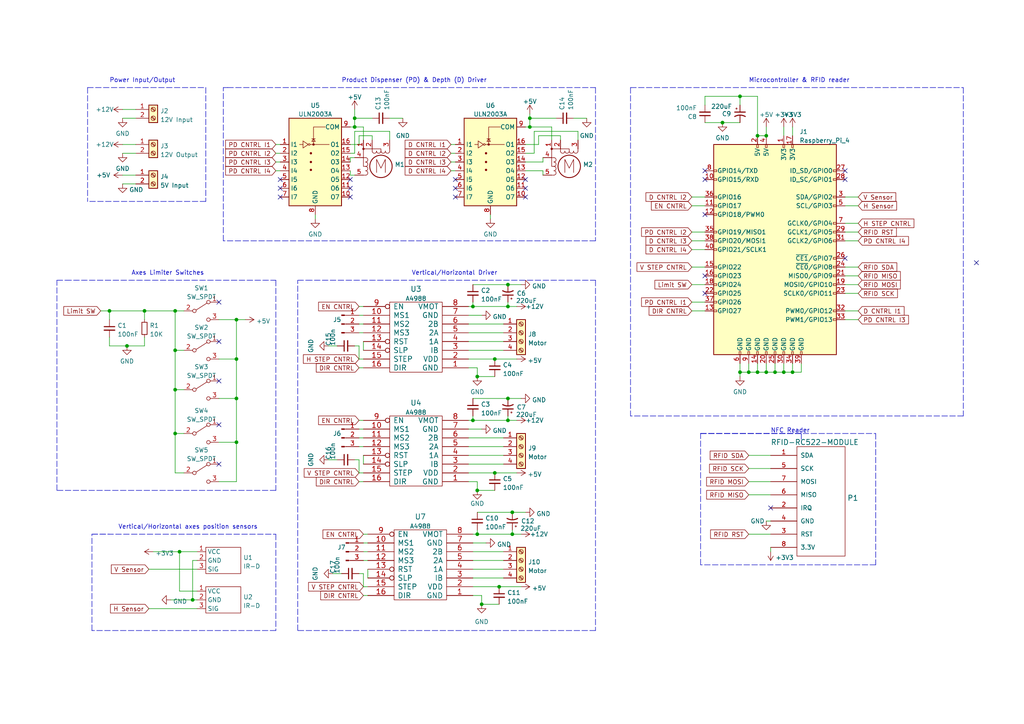
<source format=kicad_sch>
(kicad_sch (version 20211123) (generator eeschema)
  (paper "A4")
  (title_block (title "Vending Machine Control Board") (date "2023") (rev "1") (company "Team Snacks"))
  (lib_symbols
    (symbol "Connector:Conn_01x03_Male" (pin_names (offset 1.016) hide)
      (property "Reference" "J" (at 0 5.08 0))
      (property "Value" "Conn_01x03_Male" (at 0 -5.08 0))
      (symbol "Conn_01x03_Male_1_1"
        (pin passive line (at 5.08 2.54 180) (length 3.81) (name "Pin_1") (number "1"))
        (pin passive line (at 5.08 0 180) (length 3.81) (name "Pin_2") (number "2"))
        (pin passive line (at 5.08 -2.54 180) (length 3.81) (name "Pin_3") (number "3"))
      )
    )
    (symbol "Connector:Raspberry_Pi_2_3" (pin_names (offset 1.016))
      (property "Reference" "J" (at -17.78 31.75 0))
      (property "Value" "Raspberry_Pi_2_3" (at 10.16 -31.75 0))
      (symbol "Raspberry_Pi_2_3_1_1"
        (pin power_in line (at 2.54 33.02 270) (length 2.54) (name "3V3") (number "1"))
        (pin bidirectional line (at -20.32 20.32 0) (length 2.54) (name "GPIO15/RXD") (number "10"))
        (pin bidirectional line (at -20.32 12.7 0) (length 2.54) (name "GPIO17") (number "11"))
        (pin bidirectional line (at -20.32 10.16 0) (length 2.54) (name "GPIO18/PWM0") (number "12"))
        (pin bidirectional line (at -20.32 -17.78 0) (length 2.54) (name "GPIO27") (number "13"))
        (pin power_in line (at -5.08 -33.02 90) (length 2.54) (name "GND") (number "14"))
        (pin bidirectional line (at -20.32 -5.08 0) (length 2.54) (name "GPIO22") (number "15"))
        (pin bidirectional line (at -20.32 -7.62 0) (length 2.54) (name "GPIO23") (number "16"))
        (pin power_in line (at 5.08 33.02 270) (length 2.54) (name "3V3") (number "17"))
        (pin bidirectional line (at -20.32 -10.16 0) (length 2.54) (name "GPIO24") (number "18"))
        (pin bidirectional line (at 20.32 -10.16 180) (length 2.54) (name "MOSI0/GPIO10") (number "19"))
        (pin power_in line (at -5.08 33.02 270) (length 2.54) (name "5V") (number "2"))
        (pin power_in line (at -2.54 -33.02 90) (length 2.54) (name "GND") (number "20"))
        (pin bidirectional line (at 20.32 -7.62 180) (length 2.54) (name "MISO0/GPIO9") (number "21"))
        (pin bidirectional line (at -20.32 -12.7 0) (length 2.54) (name "GPIO25") (number "22"))
        (pin bidirectional line (at 20.32 -12.7 180) (length 2.54) (name "SCLK0/GPIO11") (number "23"))
        (pin bidirectional line (at 20.32 -5.08 180) (length 2.54) (name "~{CE0}/GPIO8") (number "24"))
        (pin power_in line (at 0 -33.02 90) (length 2.54) (name "GND") (number "25"))
        (pin bidirectional line (at 20.32 -2.54 180) (length 2.54) (name "~{CE1}/GPIO7") (number "26"))
        (pin bidirectional line (at 20.32 22.86 180) (length 2.54) (name "ID_SD/GPIO0") (number "27"))
        (pin bidirectional line (at 20.32 20.32 180) (length 2.54) (name "ID_SC/GPIO1") (number "28"))
        (pin bidirectional line (at 20.32 5.08 180) (length 2.54) (name "GCLK1/GPIO5") (number "29"))
        (pin bidirectional line (at 20.32 15.24 180) (length 2.54) (name "SDA/GPIO2") (number "3"))
        (pin power_in line (at 2.54 -33.02 90) (length 2.54) (name "GND") (number "30"))
        (pin bidirectional line (at 20.32 2.54 180) (length 2.54) (name "GCLK2/GPIO6") (number "31"))
        (pin bidirectional line (at 20.32 -17.78 180) (length 2.54) (name "PWM0/GPIO12") (number "32"))
        (pin bidirectional line (at 20.32 -20.32 180) (length 2.54) (name "PWM1/GPIO13") (number "33"))
        (pin power_in line (at 5.08 -33.02 90) (length 2.54) (name "GND") (number "34"))
        (pin bidirectional line (at -20.32 5.08 0) (length 2.54) (name "GPIO19/MISO1") (number "35"))
        (pin bidirectional line (at -20.32 15.24 0) (length 2.54) (name "GPIO16") (number "36"))
        (pin bidirectional line (at -20.32 -15.24 0) (length 2.54) (name "GPIO26") (number "37"))
        (pin bidirectional line (at -20.32 2.54 0) (length 2.54) (name "GPIO20/MOSI1") (number "38"))
        (pin power_in line (at 7.62 -33.02 90) (length 2.54) (name "GND") (number "39"))
        (pin power_in line (at -2.54 33.02 270) (length 2.54) (name "5V") (number "4"))
        (pin bidirectional line (at -20.32 0 0) (length 2.54) (name "GPIO21/SCLK1") (number "40"))
        (pin bidirectional line (at 20.32 12.7 180) (length 2.54) (name "SCL/GPIO3") (number "5"))
        (pin power_in line (at -10.16 -33.02 90) (length 2.54) (name "GND") (number "6"))
        (pin bidirectional line (at 20.32 7.62 180) (length 2.54) (name "GCLK0/GPIO4") (number "7"))
        (pin bidirectional line (at -20.32 22.86 0) (length 2.54) (name "GPIO14/TXD") (number "8"))
        (pin power_in line (at -7.62 -33.02 90) (length 2.54) (name "GND") (number "9"))
      )
    )
    (symbol "Connector:Screw_Terminal_01x02" (pin_names (offset 1.016) hide)
      (property "Reference" "J" (at 0 2.54 0))
      (property "Value" "Screw_Terminal_01x02" (at 0 -5.08 0))
      (symbol "Screw_Terminal_01x02_1_1"
        (pin passive line (at -5.08 0 0) (length 3.81) (name "Pin_1") (number "1"))
        (pin passive line (at -5.08 -2.54 0) (length 3.81) (name "Pin_2") (number "2"))
      )
    )
    (symbol "Connector:Screw_Terminal_01x04" (pin_names (offset 1.016) hide)
      (property "Reference" "J" (at 0 5.08 0))
      (property "Value" "Screw_Terminal_01x04" (at 0 -7.62 0))
      (symbol "Screw_Terminal_01x04_1_1"
        (pin passive line (at -5.08 2.54 0) (length 3.81) (name "Pin_1") (number "1"))
        (pin passive line (at -5.08 0 0) (length 3.81) (name "Pin_2") (number "2"))
        (pin passive line (at -5.08 -2.54 0) (length 3.81) (name "Pin_3") (number "3"))
        (pin passive line (at -5.08 -5.08 0) (length 3.81) (name "Pin_4") (number "4"))
      )
    )
    (symbol "Device:C_Polarized_Small_US" (pin_numbers hide) (pin_names (offset 0.254) hide)
      (property "Reference" "C" (at 0.254 1.778 0))
      (property "Value" "C_Polarized_Small_US" (at 0.254 -2.032 0))
      (symbol "C_Polarized_Small_US_1_1"
        (pin passive line (at 0 2.54 270) (length 2.032) (name "~") (number "1"))
        (pin passive line (at 0 -2.54 90) (length 2.032) (name "~") (number "2"))
      )
    )
    (symbol "Device:C_Small" (pin_numbers hide) (pin_names (offset 0.254) hide)
      (property "Reference" "C" (at 0.254 1.778 0))
      (property "Value" "C_Small" (at 0.254 -2.032 0))
      (symbol "C_Small_1_1"
        (pin passive line (at 0 2.54 270) (length 2.032) (name "~") (number "1"))
        (pin passive line (at 0 -2.54 90) (length 2.032) (name "~") (number "2"))
      )
    )
    (symbol "Device:R_Small" (pin_numbers hide) (pin_names (offset 0.254) hide)
      (property "Reference" "R" (at 0.762 0.508 0))
      (property "Value" "R_Small" (at 0.762 -1.016 0))
      (symbol "R_Small_1_1"
        (pin passive line (at 0 2.54 270) (length 0.762) (name "~") (number "1"))
        (pin passive line (at 0 -2.54 90) (length 0.762) (name "~") (number "2"))
      )
    )
    (symbol "IR-D_1"
      (property "Reference" "U" (at 5.08 2.54 0))
      (property "Value" "IR-D_1" (at 3.81 -2.54 0))
      (symbol "IR-D_1_1_1"
        (pin passive line (at -6.35 2.54 0) (length 2.54) (name "VCC") (number "1"))
        (pin passive line (at -6.35 0 0) (length 2.54) (name "GND") (number "2"))
        (pin passive line (at -6.35 -2.54 0) (length 2.54) (name "SIG") (number "3"))
      )
    )
    (symbol "Motor:Stepper_Motor_unipolar_5pin" (pin_names (offset 0) hide)
      (property "Reference" "M" (at 3.81 2.54 0))
      (property "Value" "Stepper_Motor_unipolar_5pin" (at 3.81 1.27 0))
      (symbol "Stepper_Motor_unipolar_5pin_1_1"
        (pin passive line (at -5.08 7.62 270) (length 2.54) (name "~") (number "1"))
        (pin passive line (at -2.54 7.62 270) (length 2.54) (name "~") (number "2"))
        (pin passive line (at 2.54 7.62 270) (length 2.54) (name "-") (number "3"))
        (pin passive line (at -7.62 2.54 0) (length 2.54) (name "~") (number "4"))
        (pin passive line (at -7.62 -2.54 0) (length 2.54) (name "~") (number "5"))
      )
    )
    (symbol "Switch:SW_SPDT" (pin_names (offset 0) hide)
      (property "Reference" "SW" (at 0 4.318 0))
      (property "Value" "SW_SPDT" (at 0 -5.08 0))
      (symbol "SW_SPDT_1_1"
        (pin passive line (at 5.08 2.54 180) (length 2.54) (name "A") (number "1"))
        (pin passive line (at -5.08 0 0) (length 2.54) (name "B") (number "2"))
        (pin passive line (at 5.08 -2.54 180) (length 2.54) (name "C") (number "3"))
      )
    )
    (symbol "Transistor_Array:ULN2003A"
      (property "Reference" "U" (at 0 15.875 0))
      (property "Value" "ULN2003A" (at 0 13.97 0))
      (symbol "ULN2003A_1_1"
        (pin input line (at -10.16 5.08 0) (length 2.54) (name "I1") (number "1"))
        (pin open_collector line (at 10.16 -10.16 180) (length 2.54) (name "O7") (number "10"))
        (pin open_collector line (at 10.16 -7.62 180) (length 2.54) (name "O6") (number "11"))
        (pin open_collector line (at 10.16 -5.08 180) (length 2.54) (name "O5") (number "12"))
        (pin open_collector line (at 10.16 -2.54 180) (length 2.54) (name "O4") (number "13"))
        (pin open_collector line (at 10.16 0 180) (length 2.54) (name "O3") (number "14"))
        (pin open_collector line (at 10.16 2.54 180) (length 2.54) (name "O2") (number "15"))
        (pin open_collector line (at 10.16 5.08 180) (length 2.54) (name "O1") (number "16"))
        (pin input line (at -10.16 2.54 0) (length 2.54) (name "I2") (number "2"))
        (pin input line (at -10.16 0 0) (length 2.54) (name "I3") (number "3"))
        (pin input line (at -10.16 -2.54 0) (length 2.54) (name "I4") (number "4"))
        (pin input line (at -10.16 -5.08 0) (length 2.54) (name "I5") (number "5"))
        (pin input line (at -10.16 -7.62 0) (length 2.54) (name "I6") (number "6"))
        (pin input line (at -10.16 -10.16 0) (length 2.54) (name "I7") (number "7"))
        (pin power_in line (at 0 -15.24 90) (length 2.54) (name "GND") (number "8"))
        (pin passive line (at 10.16 10.16 180) (length 2.54) (name "COM") (number "9"))
      )
    )
    (symbol "custom-librarykicad_sym:IR-D"
      (property "Reference" "U" (at 5.08 2.54 0))
      (property "Value" "IR-D" (at 3.81 -2.54 0))
      (symbol "IR-D_1_1"
        (pin passive line (at -6.35 2.54 0) (length 2.54) (name "VCC") (number "1"))
        (pin passive line (at -6.35 0 0) (length 2.54) (name "GND") (number "2"))
        (pin passive line (at -6.35 -2.54 0) (length 2.54) (name "SIG") (number "3"))
      )
    )
    (symbol "custom-librarykicad_sym:POLOLU_A4988" (pin_names (offset 1.016))
      (property "Reference" "U" (at 0 11.43 0))
      (property "Value" "POLOLU_A4988" (at 7.62 -11.43 0))
      (symbol "POLOLU_A4988_1_1"
        (pin passive line (at 15.24 -8.89 180) (length 7.62) (name "GND") (number "1"))
        (pin passive line (at -15.24 6.35 0) (length 7.62) (name "MS1") (number "10"))
        (pin passive line (at -15.24 3.81 0) (length 7.62) (name "MS2") (number "11"))
        (pin passive line (at -15.24 1.27 0) (length 7.62) (name "MS3") (number "12"))
        (pin passive inverted (at -15.24 -1.27 0) (length 7.62) (name "RST") (number "13"))
        (pin passive inverted (at -15.24 -3.81 0) (length 7.62) (name "SLP") (number "14"))
        (pin passive line (at -15.24 -6.35 0) (length 7.62) (name "STEP") (number "15"))
        (pin passive line (at -15.24 -8.89 0) (length 7.62) (name "DIR") (number "16"))
        (pin passive line (at 15.24 -6.35 180) (length 7.62) (name "VDD") (number "2"))
        (pin passive line (at 15.24 -3.81 180) (length 7.62) (name "IB") (number "3"))
        (pin passive line (at 15.24 -1.27 180) (length 7.62) (name "1A") (number "4"))
        (pin passive line (at 15.24 1.27 180) (length 7.62) (name "2A") (number "5"))
        (pin passive line (at 15.24 3.81 180) (length 7.62) (name "2B") (number "6"))
        (pin passive line (at 15.24 6.35 180) (length 7.62) (name "GND") (number "7"))
        (pin passive line (at 15.24 8.89 180) (length 7.62) (name "VMOT") (number "8"))
        (pin passive inverted (at -15.24 8.89 0) (length 7.62) (name "EN") (number "9"))
      )
    )
    (symbol "custom-librarykicad_sym:RFID-RC522-MODULE" (pin_names (offset 1.016))
      (property "Reference" "P1" (at -1.6112 8.255 90))
      (property "Value" "RFID-RC522-MODULE" (at -17.78 -13.97 90))
      (symbol "RFID-RC522-MODULE_1_1"
        (pin input line (at -13.97 -13.97 90) (length 7.62) (name "SDA") (number "1"))
        (pin input line (at 1.27 -13.97 90) (length 7.62) (name "IRQ") (number "2"))
        (pin input line (at 8.89 -13.97 90) (length 7.62) (name "RST") (number "3"))
        (pin input line (at 5.08 -13.97 90) (length 7.62) (name "GND") (number "4"))
        (pin input line (at -10.16 -13.97 90) (length 7.62) (name "SCK") (number "5"))
        (pin input line (at -2.54 -13.97 90) (length 7.62) (name "MISO") (number "6"))
        (pin input line (at -6.35 -13.97 90) (length 7.62) (name "MOSI") (number "7"))
        (pin input line (at 12.7 -13.97 90) (length 7.62) (name "3.3V") (number "8"))
      )
    )
    (symbol "power:+12V" (power) (pin_names (offset 0))
      (property "Value" "+12V" (at 0 3.556 0))
      (symbol "+12V_1_1"
        (pin power_in line (at 0 0 90) (length 0) hide (name "+12V") (number "1"))
      )
    )
    (symbol "power:+3.3V" (power) (pin_names (offset 0))
      (property "Value" "+3.3V" (at 0 3.556 0))
      (symbol "+3.3V_1_1"
        (pin power_in line (at 0 0 90) (length 0) hide (name "+3V3") (number "1"))
      )
    )
    (symbol "power:+5V" (power) (pin_names (offset 0))
      (property "Value" "+5V" (at 0 3.556 0))
      (symbol "+5V_1_1"
        (pin power_in line (at 0 0 90) (length 0) hide (name "+5V") (number "1"))
      )
    )
    (symbol "power:GND" (power) (pin_names (offset 0))
      (property "Value" "GND" (at 0 -3.81 0))
      (symbol "GND_1_1"
        (pin power_in line (at 0 0 270) (length 0) hide (name "GND") (number "1"))
      )
    )
  )
  (junction (at 147.32 88.9))
  (junction (at 143.51 104.14))
  (junction (at 50.8 90.17))
  (junction (at 50.8 101.6))
  (junction (at 138.43 142.24))
  (junction (at 147.32 115.57))
  (junction (at 222.25 107.95))
  (junction (at 147.32 82.55))
  (junction (at 153.67 36.83))
  (junction (at 209.55 35.56))
  (junction (at 227.33 107.95))
  (junction (at 36.83 100.33))
  (junction (at 55.88 173.99))
  (junction (at 68.58 92.71))
  (junction (at 153.67 34.29))
  (junction (at 148.59 154.94))
  (junction (at 102.87 36.83))
  (junction (at 219.71 39.37))
  (junction (at 138.43 154.94))
  (junction (at 214.63 107.95))
  (junction (at 68.58 128.27))
  (junction (at 144.78 170.18))
  (junction (at 52.07 160.02))
  (junction (at 143.51 137.16))
  (junction (at 219.71 107.95))
  (junction (at 50.8 113.03))
  (junction (at 222.25 39.37))
  (junction (at 224.79 107.95))
  (junction (at 50.8 125.73))
  (junction (at 217.17 107.95))
  (junction (at 137.16 88.9))
  (junction (at 229.87 107.95))
  (junction (at 214.63 27.94))
  (junction (at 137.16 121.92))
  (junction (at 148.59 148.59))
  (junction (at 68.58 115.57))
  (junction (at 31.75 90.17))
  (junction (at 41.91 90.17))
  (junction (at 147.32 121.92))
  (junction (at 138.43 109.22))
  (junction (at 68.58 104.14))
  (junction (at 139.7 175.26))
  (junction (at 102.87 34.29))
  (no_connect (at 204.47 85.09))
  (no_connect (at 283.21 76.2))
  (no_connect (at 223.52 147.32))
  (no_connect (at 204.47 62.23))
  (no_connect (at 245.11 52.07))
  (no_connect (at 245.11 49.53))
  (no_connect (at 204.47 80.01))
  (no_connect (at 81.28 54.61))
  (no_connect (at 81.28 57.15))
  (no_connect (at 81.28 52.07))
  (no_connect (at 63.5 99.06))
  (no_connect (at 63.5 87.63))
  (no_connect (at 63.5 110.49))
  (no_connect (at 63.5 123.19))
  (no_connect (at 63.5 134.62))
  (no_connect (at 101.6 54.61))
  (no_connect (at 101.6 57.15))
  (no_connect (at 101.6 52.07))
  (no_connect (at 152.4 57.15))
  (no_connect (at 132.08 52.07))
  (no_connect (at 132.08 54.61))
  (no_connect (at 132.08 57.15))
  (no_connect (at 152.4 54.61))
  (no_connect (at 152.4 52.07))
  (no_connect (at 204.47 49.53))
  (no_connect (at 204.47 52.07))
  (no_connect (at 245.11 74.93))
  (wire (pts (xy 157.48 49.53) (xy 157.48 50.8)))
  (wire (pts (xy 36.83 100.33) (xy 41.91 100.33)))
  (wire (pts (xy 135.89 88.9) (xy 137.16 88.9)))
  (wire (pts (xy 148.59 148.59) (xy 152.4 148.59)))
  (wire (pts (xy 105.41 36.83) (xy 102.87 36.83)))
  (wire (pts (xy 160.02 36.83) (xy 160.02 40.64)))
  (polyline (pts (xy 203.2 125.73) (xy 254 125.73)))
  (wire (pts (xy 105.41 132.08) (xy 105.41 134.62)))
  (wire (pts (xy 105.41 99.06) (xy 105.41 101.6)))
  (wire (pts (xy 222.25 107.95) (xy 219.71 107.95)))
  (wire (pts (xy 200.66 69.85) (xy 204.47 69.85)))
  (wire (pts (xy 143.51 104.14) (xy 149.86 104.14)))
  (wire (pts (xy 227.33 105.41) (xy 227.33 107.95)))
  (wire (pts (xy 104.14 133.35) (xy 104.14 137.16)))
  (wire (pts (xy 137.16 172.72) (xy 139.7 172.72)))
  (wire (pts (xy 50.8 113.03) (xy 50.8 125.73)))
  (polyline (pts (xy 88.9 81.28) (xy 172.72 81.28)))
  (wire (pts (xy 135.89 134.62) (xy 146.05 134.62)))
  (wire (pts (xy 217.17 139.7) (xy 223.52 139.7)))
  (wire (pts (xy 50.8 101.6) (xy 50.8 113.03)))
  (wire (pts (xy 137.16 165.1) (xy 146.05 165.1)))
  (wire (pts (xy 138.43 106.68) (xy 138.43 109.22)))
  (wire (pts (xy 105.41 162.56) (xy 106.68 162.56)))
  (polyline (pts (xy 203.2 125.73) (xy 232.41 125.73)))
  (polyline (pts (xy 80.01 154.94) (xy 80.01 182.88)))
  (wire (pts (xy 135.89 106.68) (xy 138.43 106.68)))
  (wire (pts (xy 217.17 154.94) (xy 223.52 154.94)))
  (wire (pts (xy 31.75 90.17) (xy 41.91 90.17)))
  (wire (pts (xy 50.8 125.73) (xy 50.8 137.16)))
  (polyline (pts (xy 19.05 81.28) (xy 80.01 81.28)))
  (wire (pts (xy 80.01 49.53) (xy 81.28 49.53)))
  (wire (pts (xy 223.52 158.75) (xy 223.52 160.02)))
  (polyline (pts (xy 66.04 25.4) (xy 172.72 25.4)))
  (wire (pts (xy 80.01 46.99) (xy 81.28 46.99)))
  (wire (pts (xy 200.66 82.55) (xy 204.47 82.55)))
  (wire (pts (xy 102.87 133.35) (xy 104.14 133.35)))
  (wire (pts (xy 55.88 173.99) (xy 49.53 173.99)))
  (wire (pts (xy 200.66 67.31) (xy 204.47 67.31)))
  (wire (pts (xy 147.32 87.63) (xy 147.32 88.9)))
  (wire (pts (xy 41.91 92.71) (xy 41.91 90.17)))
  (wire (pts (xy 63.5 115.57) (xy 68.58 115.57)))
  (polyline (pts (xy 26.67 154.94) (xy 80.01 154.94)))
  (wire (pts (xy 104.14 106.68) (xy 105.41 106.68)))
  (wire (pts (xy 41.91 97.79) (xy 41.91 100.33)))
  (wire (pts (xy 104.14 104.14) (xy 105.41 104.14)))
  (wire (pts (xy 229.87 107.95) (xy 227.33 107.95)))
  (wire (pts (xy 222.25 36.83) (xy 222.25 39.37)))
  (wire (pts (xy 200.66 59.69) (xy 204.47 59.69)))
  (wire (pts (xy 55.88 162.56) (xy 55.88 173.99)))
  (wire (pts (xy 138.43 148.59) (xy 148.59 148.59)))
  (wire (pts (xy 214.63 107.95) (xy 214.63 109.22)))
  (wire (pts (xy 35.56 44.45) (xy 39.37 44.45)))
  (wire (pts (xy 135.89 104.14) (xy 143.51 104.14)))
  (wire (pts (xy 137.16 87.63) (xy 137.16 88.9)))
  (wire (pts (xy 135.89 127) (xy 146.05 127)))
  (wire (pts (xy 102.87 31.75) (xy 102.87 34.29)))
  (wire (pts (xy 43.18 176.53) (xy 57.15 176.53)))
  (wire (pts (xy 219.71 27.94) (xy 214.63 27.94)))
  (wire (pts (xy 227.33 107.95) (xy 224.79 107.95)))
  (polyline (pts (xy 64.77 25.4) (xy 66.04 25.4)))
  (wire (pts (xy 101.6 49.53) (xy 101.6 50.8)))
  (wire (pts (xy 113.03 34.29) (xy 116.84 34.29)))
  (wire (pts (xy 80.01 44.45) (xy 81.28 44.45)))
  (polyline (pts (xy 80.01 81.28) (xy 80.01 142.24)))
  (polyline (pts (xy 59.69 25.4) (xy 59.69 58.42)))
  (wire (pts (xy 105.41 40.64) (xy 105.41 36.83)))
  (polyline (pts (xy 64.77 69.85) (xy 64.77 25.4)))
  (wire (pts (xy 68.58 104.14) (xy 68.58 92.71)))
  (wire (pts (xy 229.87 36.83) (xy 229.87 39.37)))
  (wire (pts (xy 204.47 35.56) (xy 209.55 35.56)))
  (wire (pts (xy 41.91 90.17) (xy 50.8 90.17)))
  (wire (pts (xy 138.43 154.94) (xy 148.59 154.94)))
  (wire (pts (xy 135.89 132.08) (xy 146.05 132.08)))
  (wire (pts (xy 138.43 139.7) (xy 138.43 142.24)))
  (wire (pts (xy 137.16 115.57) (xy 147.32 115.57)))
  (wire (pts (xy 214.63 30.48) (xy 214.63 27.94)))
  (wire (pts (xy 53.34 90.17) (xy 50.8 90.17)))
  (wire (pts (xy 105.41 172.72) (xy 106.68 172.72)))
  (wire (pts (xy 232.41 105.41) (xy 232.41 107.95)))
  (wire (pts (xy 35.56 50.8) (xy 39.37 50.8)))
  (polyline (pts (xy 172.72 81.28) (xy 172.72 182.88)))
  (wire (pts (xy 147.32 82.55) (xy 151.13 82.55)))
  (wire (pts (xy 135.89 124.46) (xy 139.7 124.46)))
  (wire (pts (xy 209.55 35.56) (xy 214.63 35.56)))
  (wire (pts (xy 152.4 46.99) (xy 157.48 46.99)))
  (wire (pts (xy 157.48 46.99) (xy 157.48 45.72)))
  (wire (pts (xy 130.81 44.45) (xy 132.08 44.45)))
  (wire (pts (xy 102.87 100.33) (xy 104.14 100.33)))
  (wire (pts (xy 200.66 72.39) (xy 204.47 72.39)))
  (wire (pts (xy 102.87 38.1) (xy 102.87 44.45)))
  (wire (pts (xy 68.58 92.71) (xy 63.5 92.71)))
  (wire (pts (xy 50.8 90.17) (xy 50.8 101.6)))
  (wire (pts (xy 139.7 172.72) (xy 139.7 175.26)))
  (wire (pts (xy 31.75 100.33) (xy 36.83 100.33)))
  (wire (pts (xy 104.14 91.44) (xy 105.41 91.44)))
  (wire (pts (xy 219.71 105.41) (xy 219.71 107.95)))
  (wire (pts (xy 135.89 96.52) (xy 146.05 96.52)))
  (polyline (pts (xy 172.72 25.4) (xy 172.72 69.85)))
  (wire (pts (xy 102.87 45.72) (xy 101.6 45.72)))
  (wire (pts (xy 107.95 40.64) (xy 107.95 39.37)))
  (wire (pts (xy 35.56 34.29) (xy 39.37 34.29)))
  (wire (pts (xy 137.16 157.48) (xy 140.97 157.48)))
  (wire (pts (xy 35.56 31.75) (xy 39.37 31.75)))
  (polyline (pts (xy 59.69 58.42) (xy 25.4 58.42)))
  (wire (pts (xy 217.17 105.41) (xy 217.17 107.95)))
  (wire (pts (xy 162.56 39.37) (xy 156.21 39.37)))
  (wire (pts (xy 156.21 39.37) (xy 156.21 41.91)))
  (wire (pts (xy 137.16 160.02) (xy 146.05 160.02)))
  (wire (pts (xy 245.11 82.55) (xy 248.92 82.55)))
  (wire (pts (xy 95.25 100.33) (xy 97.79 100.33)))
  (wire (pts (xy 106.68 165.1) (xy 106.68 167.64)))
  (wire (pts (xy 143.51 137.16) (xy 149.86 137.16)))
  (wire (pts (xy 101.6 45.72) (xy 101.6 46.99)))
  (wire (pts (xy 105.41 154.94) (xy 106.68 154.94)))
  (wire (pts (xy 102.87 44.45) (xy 101.6 44.45)))
  (wire (pts (xy 113.03 40.64) (xy 113.03 38.1)))
  (wire (pts (xy 135.89 137.16) (xy 143.51 137.16)))
  (wire (pts (xy 200.66 77.47) (xy 204.47 77.47)))
  (wire (pts (xy 154.94 38.1) (xy 154.94 44.45)))
  (polyline (pts (xy 25.4 25.4) (xy 25.4 58.42)))
  (wire (pts (xy 166.37 34.29) (xy 170.18 34.29)))
  (polyline (pts (xy 254 125.73) (xy 254 163.83)))
  (wire (pts (xy 113.03 38.1) (xy 102.87 38.1)))
  (wire (pts (xy 232.41 107.95) (xy 229.87 107.95)))
  (wire (pts (xy 227.33 36.83) (xy 227.33 39.37)))
  (wire (pts (xy 104.14 127) (xy 105.41 127)))
  (wire (pts (xy 137.16 154.94) (xy 138.43 154.94)))
  (wire (pts (xy 50.8 101.6) (xy 53.34 101.6)))
  (wire (pts (xy 219.71 39.37) (xy 222.25 39.37)))
  (wire (pts (xy 162.56 40.64) (xy 162.56 39.37)))
  (wire (pts (xy 135.89 93.98) (xy 146.05 93.98)))
  (polyline (pts (xy 86.36 81.28) (xy 88.9 81.28)))
  (wire (pts (xy 200.66 57.15) (xy 204.47 57.15)))
  (wire (pts (xy 138.43 153.67) (xy 138.43 154.94)))
  (wire (pts (xy 68.58 92.71) (xy 71.12 92.71)))
  (polyline (pts (xy 232.41 125.73) (xy 232.41 128.27)))
  (wire (pts (xy 153.67 33.02) (xy 153.67 34.29)))
  (wire (pts (xy 63.5 139.7) (xy 68.58 139.7)))
  (polyline (pts (xy 25.4 25.4) (xy 59.69 25.4)))
  (wire (pts (xy 137.16 120.65) (xy 137.16 121.92)))
  (wire (pts (xy 130.81 46.99) (xy 132.08 46.99)))
  (polyline (pts (xy 26.67 154.94) (xy 31.75 154.94)))
  (polyline (pts (xy 203.2 163.83) (xy 203.2 125.73)))
  (wire (pts (xy 222.25 151.13) (xy 223.52 151.13)))
  (polyline (pts (xy 182.88 25.4) (xy 182.88 120.65)))
  (wire (pts (xy 104.14 139.7) (xy 105.41 139.7)))
  (wire (pts (xy 96.52 166.37) (xy 99.06 166.37)))
  (wire (pts (xy 95.25 133.35) (xy 97.79 133.35)))
  (wire (pts (xy 152.4 36.83) (xy 153.67 36.83)))
  (wire (pts (xy 245.11 77.47) (xy 248.92 77.47)))
  (wire (pts (xy 63.5 104.14) (xy 68.58 104.14)))
  (wire (pts (xy 152.4 49.53) (xy 157.48 49.53)))
  (wire (pts (xy 147.32 121.92) (xy 149.86 121.92)))
  (wire (pts (xy 104.14 166.37) (xy 105.41 166.37)))
  (polyline (pts (xy 182.88 25.4) (xy 279.4 25.4)))
  (wire (pts (xy 138.43 142.24) (xy 143.51 142.24)))
  (wire (pts (xy 105.41 170.18) (xy 106.68 170.18)))
  (wire (pts (xy 217.17 143.51) (xy 223.52 143.51)))
  (polyline (pts (xy 80.01 142.24) (xy 16.51 142.24)))
  (wire (pts (xy 167.64 38.1) (xy 154.94 38.1)))
  (wire (pts (xy 135.89 99.06) (xy 146.05 99.06)))
  (wire (pts (xy 68.58 128.27) (xy 68.58 115.57)))
  (wire (pts (xy 101.6 50.8) (xy 102.87 50.8)))
  (wire (pts (xy 144.78 170.18) (xy 151.13 170.18)))
  (wire (pts (xy 154.94 44.45) (xy 152.4 44.45)))
  (wire (pts (xy 204.47 27.94) (xy 214.63 27.94)))
  (wire (pts (xy 137.16 167.64) (xy 146.05 167.64)))
  (wire (pts (xy 245.11 85.09) (xy 248.92 85.09)))
  (wire (pts (xy 104.14 96.52) (xy 105.41 96.52)))
  (wire (pts (xy 217.17 132.08) (xy 223.52 132.08)))
  (wire (pts (xy 147.32 120.65) (xy 147.32 121.92)))
  (wire (pts (xy 104.14 93.98) (xy 105.41 93.98)))
  (wire (pts (xy 217.17 107.95) (xy 219.71 107.95)))
  (wire (pts (xy 135.89 121.92) (xy 137.16 121.92)))
  (wire (pts (xy 101.6 41.91) (xy 104.14 41.91)))
  (wire (pts (xy 104.14 124.46) (xy 105.41 124.46)))
  (wire (pts (xy 153.67 34.29) (xy 161.29 34.29)))
  (wire (pts (xy 50.8 113.03) (xy 53.34 113.03)))
  (wire (pts (xy 135.89 101.6) (xy 146.05 101.6)))
  (wire (pts (xy 135.89 129.54) (xy 146.05 129.54)))
  (wire (pts (xy 63.5 128.27) (xy 68.58 128.27)))
  (wire (pts (xy 35.56 41.91) (xy 39.37 41.91)))
  (wire (pts (xy 138.43 109.22) (xy 143.51 109.22)))
  (wire (pts (xy 50.8 125.73) (xy 53.34 125.73)))
  (wire (pts (xy 137.16 162.56) (xy 146.05 162.56)))
  (wire (pts (xy 204.47 30.48) (xy 204.47 27.94)))
  (wire (pts (xy 222.25 105.41) (xy 222.25 107.95)))
  (wire (pts (xy 152.4 41.91) (xy 156.21 41.91)))
  (wire (pts (xy 130.81 49.53) (xy 132.08 49.53)))
  (wire (pts (xy 102.87 34.29) (xy 102.87 36.83)))
  (wire (pts (xy 130.81 41.91) (xy 132.08 41.91)))
  (wire (pts (xy 102.87 34.29) (xy 107.95 34.29)))
  (wire (pts (xy 137.16 88.9) (xy 147.32 88.9)))
  (wire (pts (xy 52.07 171.45) (xy 57.15 171.45)))
  (wire (pts (xy 245.11 59.69) (xy 248.92 59.69)))
  (wire (pts (xy 80.01 41.91) (xy 81.28 41.91)))
  (wire (pts (xy 148.59 153.67) (xy 148.59 154.94)))
  (wire (pts (xy 167.64 40.64) (xy 167.64 38.1)))
  (wire (pts (xy 105.41 157.48) (xy 106.68 157.48)))
  (wire (pts (xy 35.56 53.34) (xy 39.37 53.34)))
  (wire (pts (xy 102.87 36.83) (xy 101.6 36.83)))
  (wire (pts (xy 68.58 139.7) (xy 68.58 128.27)))
  (wire (pts (xy 57.15 162.56) (xy 55.88 162.56)))
  (wire (pts (xy 224.79 107.95) (xy 222.25 107.95)))
  (wire (pts (xy 219.71 27.94) (xy 219.71 39.37)))
  (wire (pts (xy 104.14 100.33) (xy 104.14 104.14)))
  (wire (pts (xy 104.14 129.54) (xy 105.41 129.54)))
  (wire (pts (xy 104.14 39.37) (xy 104.14 41.91)))
  (wire (pts (xy 245.11 64.77) (xy 248.92 64.77)))
  (wire (pts (xy 153.67 36.83) (xy 160.02 36.83)))
  (wire (pts (xy 139.7 175.26) (xy 144.78 175.26)))
  (polyline (pts (xy 16.51 81.28) (xy 19.05 81.28)))
  (wire (pts (xy 104.14 88.9) (xy 105.41 88.9)))
  (wire (pts (xy 147.32 115.57) (xy 151.13 115.57)))
  (wire (pts (xy 135.89 91.44) (xy 139.7 91.44)))
  (wire (pts (xy 245.11 69.85) (xy 248.92 69.85)))
  (wire (pts (xy 200.66 87.63) (xy 204.47 87.63)))
  (polyline (pts (xy 279.4 25.4) (xy 279.4 120.65)))
  (wire (pts (xy 142.24 62.23) (xy 142.24 63.5)))
  (polyline (pts (xy 279.4 120.65) (xy 182.88 120.65)))
  (wire (pts (xy 107.95 39.37) (xy 104.14 39.37)))
  (wire (pts (xy 50.8 137.16) (xy 53.34 137.16)))
  (wire (pts (xy 153.67 34.29) (xy 153.67 36.83)))
  (wire (pts (xy 52.07 160.02) (xy 52.07 171.45)))
  (wire (pts (xy 229.87 105.41) (xy 229.87 107.95)))
  (polyline (pts (xy 26.67 182.88) (xy 26.67 154.94)))
  (polyline (pts (xy 86.36 182.88) (xy 86.36 81.28)))
  (polyline (pts (xy 80.01 182.88) (xy 26.67 182.88)))
  (wire (pts (xy 135.89 139.7) (xy 138.43 139.7)))
  (wire (pts (xy 245.11 90.17) (xy 248.92 90.17)))
  (wire (pts (xy 224.79 105.41) (xy 224.79 107.95)))
  (polyline (pts (xy 172.72 69.85) (xy 64.77 69.85)))
  (wire (pts (xy 104.14 137.16) (xy 105.41 137.16)))
  (wire (pts (xy 214.63 107.95) (xy 217.17 107.95)))
  (wire (pts (xy 29.21 90.17) (xy 31.75 90.17)))
  (wire (pts (xy 147.32 88.9) (xy 149.86 88.9)))
  (wire (pts (xy 31.75 97.79) (xy 31.75 100.33)))
  (wire (pts (xy 91.44 62.23) (xy 91.44 63.5)))
  (wire (pts (xy 245.11 57.15) (xy 248.92 57.15)))
  (polyline (pts (xy 254 163.83) (xy 203.2 163.83)))
  (wire (pts (xy 137.16 121.92) (xy 147.32 121.92)))
  (wire (pts (xy 105.41 166.37) (xy 105.41 170.18)))
  (wire (pts (xy 31.75 92.71) (xy 31.75 90.17)))
  (wire (pts (xy 200.66 90.17) (xy 204.47 90.17)))
  (wire (pts (xy 55.88 173.99) (xy 57.15 173.99)))
  (wire (pts (xy 245.11 80.01) (xy 248.92 80.01)))
  (wire (pts (xy 245.11 67.31) (xy 248.92 67.31)))
  (wire (pts (xy 137.16 82.55) (xy 147.32 82.55)))
  (wire (pts (xy 57.15 160.02) (xy 52.07 160.02)))
  (wire (pts (xy 217.17 135.89) (xy 223.52 135.89)))
  (polyline (pts (xy 16.51 142.24) (xy 16.51 81.28)))
  (polyline (pts (xy 172.72 182.88) (xy 86.36 182.88)))
  (wire (pts (xy 148.59 154.94) (xy 151.13 154.94)))
  (wire (pts (xy 104.14 121.92) (xy 105.41 121.92)))
  (wire (pts (xy 68.58 115.57) (xy 68.58 104.14)))
  (wire (pts (xy 52.07 160.02) (xy 44.45 160.02)))
  (wire (pts (xy 43.18 165.1) (xy 57.15 165.1)))
  (wire (pts (xy 214.63 105.41) (xy 214.63 107.95)))
  (wire (pts (xy 245.11 92.71) (xy 248.92 92.71)))
  (wire (pts (xy 137.16 170.18) (xy 144.78 170.18)))
  (wire (pts (xy 105.41 160.02) (xy 106.68 160.02)))
  (text "Vertical/Horizontal Driver" (at 119.38 80.01 0) (effects (font (size 1.27 1.27)) (justify left bottom)))
  (text "NFC Reader" (at 223.52 125.73 0) (effects (font (size 1.27 1.27)) (justify left bottom)))
  (text "Vertical/Horizontal axes position sensors" (at 34.29 153.67 0) (effects (font (size 1.27 1.27)) (justify left bottom)))
  (text "Microcontroller & RFID reader" (at 217.17 24.13 0) (effects (font (size 1.27 1.27)) (justify left bottom)))
  (text "Power Input/Output" (at 31.75 24.13 0) (effects (font (size 1.27 1.27)) (justify left bottom)))
  (text "Product Dispenser (PD) & Depth (D) Driver" (at 99.06 24.13 0) (effects (font (size 1.27 1.27)) (justify left bottom)))
  (text "Axes Limiter Switches" (at 38.1 80.01 0) (effects (font (size 1.27 1.27)) (justify left bottom)))
  (global_label "EN CNTRL" (shape input) (at 104.14 121.92 180) (property "Intersheet References" "${INTERSHEET_REFS}" (effects hide)))
  (global_label "RFID SCK" (shape input) (at 248.92 85.09 0) (property "Intersheet References" "${INTERSHEET_REFS}" (effects hide)))
  (global_label "PD CNTRL I3" (shape input) (at 80.01 46.99 180) (property "Intersheet References" "${INTERSHEET_REFS}" (effects hide)))
  (global_label "H STEP CNTRL" (shape input) (at 248.92 64.77 0) (property "Intersheet References" "${INTERSHEET_REFS}" (effects hide)))
  (global_label "PD CNTRL I3" (shape input) (at 248.92 92.71 0) (property "Intersheet References" "${INTERSHEET_REFS}" (effects hide)))
  (global_label "V STEP CNTRL" (shape input) (at 105.41 170.18 180) (property "Intersheet References" "${INTERSHEET_REFS}" (effects hide)))
  (global_label "EN CNTRL" (shape input) (at 105.41 154.94 180) (property "Intersheet References" "${INTERSHEET_REFS}" (effects hide)))
  (global_label "V STEP CNTRL" (shape input) (at 200.66 77.47 180) (property "Intersheet References" "${INTERSHEET_REFS}" (effects hide)))
  (global_label "V Sensor" (shape input) (at 43.18 165.1 180) (property "Intersheet References" "${INTERSHEET_REFS}" (effects hide)))
  (global_label "PD CNTRL I1" (shape input) (at 80.01 41.91 180) (property "Intersheet References" "${INTERSHEET_REFS}" (effects hide)))
  (global_label "D CNTRL I3" (shape input) (at 130.81 46.99 180) (property "Intersheet References" "${INTERSHEET_REFS}" (effects hide)))
  (global_label "RFID MISO" (shape input) (at 217.17 143.51 180) (property "Intersheet References" "${INTERSHEET_REFS}" (effects hide)))
  (global_label "D CNTRL I1" (shape input) (at 248.92 90.17 0) (property "Intersheet References" "${INTERSHEET_REFS}" (effects hide)))
  (global_label "PD CNTRL I4" (shape input) (at 248.92 69.85 0) (property "Intersheet References" "${INTERSHEET_REFS}" (effects hide)))
  (global_label "D CNTRL I2" (shape input) (at 130.81 44.45 180) (property "Intersheet References" "${INTERSHEET_REFS}" (effects hide)))
  (global_label "PD CNTRL I4" (shape input) (at 80.01 49.53 180) (property "Intersheet References" "${INTERSHEET_REFS}" (effects hide)))
  (global_label "EN CNTRL" (shape input) (at 104.14 88.9 180) (property "Intersheet References" "${INTERSHEET_REFS}" (effects hide)))
  (global_label "RFID RST" (shape input) (at 248.92 67.31 0) (property "Intersheet References" "${INTERSHEET_REFS}" (effects hide)))
  (global_label "V STEP CNTRL" (shape input) (at 104.14 137.16 180) (property "Intersheet References" "${INTERSHEET_REFS}" (effects hide)))
  (global_label "D CNTRL I3" (shape input) (at 200.66 69.85 180) (property "Intersheet References" "${INTERSHEET_REFS}" (effects hide)))
  (global_label "DIR CNTRL" (shape input) (at 200.66 90.17 180) (property "Intersheet References" "${INTERSHEET_REFS}" (effects hide)))
  (global_label "D CNTRL I4" (shape input) (at 130.81 49.53 180) (property "Intersheet References" "${INTERSHEET_REFS}" (effects hide)))
  (global_label "Limit SW" (shape input) (at 200.66 82.55 180) (property "Intersheet References" "${INTERSHEET_REFS}" (effects hide)))
  (global_label "DIR CNTRL" (shape input) (at 104.14 106.68 180) (property "Intersheet References" "${INTERSHEET_REFS}" (effects hide)))
  (global_label "RFID SDA" (shape input) (at 217.17 132.08 180) (property "Intersheet References" "${INTERSHEET_REFS}" (effects hide)))
  (global_label "RFID MISO" (shape input) (at 248.92 80.01 0) (property "Intersheet References" "${INTERSHEET_REFS}" (effects hide)))
  (global_label "RFID MOSI" (shape input) (at 248.92 82.55 0) (property "Intersheet References" "${INTERSHEET_REFS}" (effects hide)))
  (global_label "RFID RST" (shape input) (at 217.17 154.94 180) (property "Intersheet References" "${INTERSHEET_REFS}" (effects hide)))
  (global_label "DIR CNTRL" (shape input) (at 104.14 139.7 180) (property "Intersheet References" "${INTERSHEET_REFS}" (effects hide)))
  (global_label "RFID SCK" (shape input) (at 217.17 135.89 180) (property "Intersheet References" "${INTERSHEET_REFS}" (effects hide)))
  (global_label "H Sensor" (shape input) (at 248.92 59.69 0) (property "Intersheet References" "${INTERSHEET_REFS}" (effects hide)))
  (global_label "H STEP CNTRL" (shape input) (at 104.14 104.14 180) (property "Intersheet References" "${INTERSHEET_REFS}" (effects hide)))
  (global_label "D CNTRL I1" (shape input) (at 130.81 41.91 180) (property "Intersheet References" "${INTERSHEET_REFS}" (effects hide)))
  (global_label "D CNTRL I4" (shape input) (at 200.66 72.39 180) (property "Intersheet References" "${INTERSHEET_REFS}" (effects hide)))
  (global_label "Limit SW" (shape input) (at 29.21 90.17 180) (property "Intersheet References" "${INTERSHEET_REFS}" (effects hide)))
  (global_label "PD CNTRL I2" (shape input) (at 200.66 67.31 180) (property "Intersheet References" "${INTERSHEET_REFS}" (effects hide)))
  (global_label "D CNTRL I2" (shape input) (at 200.66 57.15 180) (property "Intersheet References" "${INTERSHEET_REFS}" (effects hide)))
  (global_label "EN CNTRL" (shape input) (at 200.66 59.69 180) (property "Intersheet References" "${INTERSHEET_REFS}" (effects hide)))
  (global_label "H Sensor" (shape input) (at 43.18 176.53 180) (property "Intersheet References" "${INTERSHEET_REFS}" (effects hide)))
  (global_label "RFID SDA" (shape input) (at 248.92 77.47 0) (property "Intersheet References" "${INTERSHEET_REFS}" (effects hide)))
  (global_label "V Sensor" (shape input) (at 248.92 57.15 0) (property "Intersheet References" "${INTERSHEET_REFS}" (effects hide)))
  (global_label "PD CNTRL I2" (shape input) (at 80.01 44.45 180) (property "Intersheet References" "${INTERSHEET_REFS}" (effects hide)))
  (global_label "RFID MOSI" (shape input) (at 217.17 139.7 180) (property "Intersheet References" "${INTERSHEET_REFS}" (effects hide)))
  (global_label "DIR CNTRL" (shape input) (at 105.41 172.72 180) (property "Intersheet References" "${INTERSHEET_REFS}" (effects hide)))
  (global_label "PD CNTRL I1" (shape input) (at 200.66 87.63 180) (property "Intersheet References" "${INTERSHEET_REFS}" (effects hide)))
  (symbol (lib_id "Device:C_Small") (at 163.83 34.29 90) (unit 1)
    (property "Reference" "C14" (at 163.0016 31.9659 0) (effects (justify left)))
    (property "Value" "100nF" (at 165.5385 31.9659 0) (effects (justify left)))
    (property "Footprint" "Capacitor_THT:C_Disc_D6.0mm_W4.4mm_P5.00mm" (effects hide))
  )
  (symbol (lib_name "IR-D_1") (lib_id "custom-librarykicad_sym:IR-D") (at 63.5 162.56 0) (unit 1)
    (property "Reference" "U1" (at 70.5612 161.7253 0) (effects (justify left)))
    (property "Value" "IR-D" (at 70.5612 164.2622 0) (effects (justify left)))
    (property "Footprint" "TerminalBlock:TerminalBlock_bornier-3_P5.08mm" (effects hide))
  )
  (symbol (lib_id "power:GND") (at 35.56 44.45 0) (unit 1)
    (property "Reference" "#PWR0133" (effects hide))
    (property "Value" "GND" (at 35.56 48.8934 0))
  )
  (symbol (lib_id "Motor:Stepper_Motor_unipolar_5pin") (at 165.1 48.26 0) (unit 1)
    (property "Reference" "M2" (at 169.1132 47.7159 0) (effects (justify left)))
    (property "Value" "Stepper_Motor_unipolar_5pin" (effects hide))
    (property "Footprint" "TerminalBlock:TerminalBlock_bornier-5_P5.08mm" (effects hide))
    (property "Datasheet" "http://www.infineon.com/dgdl/Application-Note-TLE8110EE_driving_UniPolarStepperMotor_V1.1.pdf?fileId=db3a30431be39b97011be5d0aa0a00b0" (effects hide))
  )
  (symbol (lib_id "Switch:SW_SPDT") (at 58.42 90.17 0) (unit 1)
    (property "Reference" "SW1" (at 58.42 83.5492 0))
    (property "Value" "SW_SPDT" (at 58.42 86.0861 0))
    (property "Footprint" "TerminalBlock:TerminalBlock_bornier-3_P5.08mm" (effects hide))
  )
  (symbol (lib_id "power:GND") (at 139.7 175.26 0) (unit 1)
    (property "Reference" "#PWR0124" (effects hide))
    (property "Value" "GND" (at 139.7 180.34 0))
  )
  (symbol (lib_id "Device:C_Small") (at 100.33 100.33 90) (unit 1)
    (property "Reference" "C15" (at 95.25 100.33 0) (effects (justify left)))
    (property "Value" "100n" (at 96.52 100.33 0) (effects (justify left)))
    (property "Footprint" "Capacitor_THT:C_Disc_D6.0mm_W4.4mm_P5.00mm" (effects hide))
  )
  (symbol (lib_id "power:+3.3V") (at 44.45 160.02 90) (unit 1)
    (property "Reference" "#PWR0122" (effects hide))
    (property "Value" "+3.3V" (at 45.085 160.4538 90) (effects (justify right)))
  )
  (symbol (lib_id "Switch:SW_SPDT") (at 58.42 113.03 0) (unit 1)
    (property "Reference" "SW3" (at 58.42 106.4092 0))
    (property "Value" "SW_SPDT" (at 58.42 108.9461 0))
    (property "Footprint" "TerminalBlock:TerminalBlock_bornier-3_P5.08mm" (effects hide))
  )
  (symbol (lib_id "power:+5V") (at 35.56 50.8 90) (unit 1)
    (property "Reference" "#PWR0131" (effects hide))
    (property "Value" "+5V" (at 27.94 50.8 90) (effects (justify right)))
  )
  (symbol (lib_id "Device:C_Small") (at 137.16 118.11 0) (unit 1)
    (property "Reference" "C3" (at 139.4841 117.2816 0) (effects (justify left)))
    (property "Value" "100nF" (at 139.4841 119.8185 0) (effects (justify left)))
    (property "Footprint" "Capacitor_THT:C_Disc_D6.0mm_W4.4mm_P5.00mm" (effects hide))
  )
  (symbol (lib_id "power:GND") (at 140.97 157.48 90) (unit 1)
    (property "Reference" "#PWR0128" (effects hide))
    (property "Value" "GND" (at 144.145 157.9138 90) (effects (justify right)))
  )
  (symbol (lib_id "Device:C_Small") (at 204.47 33.02 180) (unit 1)
    (property "Reference" "C8" (at 202.1459 33.8484 0) (effects (justify left)))
    (property "Value" "100nF" (at 202.1459 31.3115 0) (effects (justify left)))
    (property "Footprint" "Capacitor_THT:C_Disc_D6.0mm_W4.4mm_P5.00mm" (effects hide))
  )
  (symbol (lib_id "power:GND") (at 35.56 34.29 0) (unit 1)
    (property "Reference" "#PWR0130" (effects hide))
    (property "Value" "GND" (at 35.56 38.7334 0))
  )
  (symbol (lib_id "power:+5V") (at 71.12 92.71 270) (unit 1)
    (property "Reference" "#PWR0112" (effects hide))
    (property "Value" "+5V" (at 74.295 93.1438 90) (effects (justify left)))
  )
  (symbol (lib_id "power:GND") (at 138.43 109.22 0) (unit 1)
    (property "Reference" "#PWR0107" (effects hide))
    (property "Value" "GND" (at 138.43 113.6634 0))
  )
  (symbol (lib_id "power:GND") (at 222.25 151.13 0) (unit 1)
    (property "Reference" "#PWR0105" (effects hide))
    (property "Value" "GND" (at 219.71 151.13 0))
  )
  (symbol (lib_id "power:GND") (at 152.4 148.59 90) (unit 1)
    (property "Reference" "#PWR0126" (effects hide))
    (property "Value" "GND" (at 155.575 149.0238 90) (effects (justify right)))
  )
  (symbol (lib_id "power:+5V") (at 149.86 104.14 270) (unit 1)
    (property "Reference" "#PWR0106" (effects hide))
    (property "Value" "+5V" (at 153.035 104.5738 90) (effects (justify left)))
  )
  (symbol (lib_id "power:+12V") (at 149.86 121.92 270) (unit 1)
    (property "Reference" "#PWR0113" (effects hide))
    (property "Value" "+12V" (at 152.4 121.92 90) (effects (justify left)))
  )
  (symbol (lib_id "power:+5V") (at 149.86 137.16 270) (unit 1)
    (property "Reference" "#PWR0121" (effects hide))
    (property "Value" "+5V" (at 153.035 137.5938 90) (effects (justify left)))
  )
  (symbol (lib_id "power:GND") (at 170.18 34.29 0) (unit 1)
    (property "Reference" "#PWR02" (effects hide))
    (property "Value" "GND" (at 170.18 39.37 0))
  )
  (symbol (lib_id "Device:C_Small") (at 143.51 106.68 0) (unit 1)
    (property "Reference" "C4" (at 145.8341 105.8516 0) (effects (justify left)))
    (property "Value" "100nF" (at 145.8341 108.3885 0) (effects (justify left)))
    (property "Footprint" "Capacitor_THT:C_Disc_D6.0mm_W4.4mm_P5.00mm" (effects hide))
  )
  (symbol (lib_id "power:+5V") (at 102.87 31.75 0) (unit 1)
    (property "Reference" "#PWR0117" (effects hide))
    (property "Value" "+5V" (at 102.87 28.1742 0))
  )
  (symbol (lib_id "Connector:Raspberry_Pi_2_3") (at 224.79 72.39 0) (unit 1)
    (property "Reference" "J1" (at 231.8894 38.2102 0) (effects (justify left)))
    (property "Value" "Raspberry_Pi_4" (at 231.8894 40.7471 0) (effects (justify left)))
    (property "Footprint" "Connector_PinHeader_2.54mm:PinHeader_2x20_P2.54mm_Vertical" (effects hide))
    (property "Datasheet" "https://www.raspberrypi.org/documentation/hardware/raspberrypi/schematics/rpi_SCH_3bplus_1p0_reduced.pdf" (effects hide))
  )
  (symbol (lib_id "Device:C_Small") (at 110.49 34.29 90) (unit 1)
    (property "Reference" "C13" (at 109.6616 31.9659 0) (effects (justify left)))
    (property "Value" "100nF" (at 112.1985 31.9659 0) (effects (justify left)))
    (property "Footprint" "Capacitor_THT:C_Disc_D6.0mm_W4.4mm_P5.00mm" (effects hide))
  )
  (symbol (lib_id "Device:C_Small") (at 101.6 166.37 90) (unit 1)
    (property "Reference" "C17" (at 96.52 166.37 0) (effects (justify left)))
    (property "Value" "100n" (at 97.79 166.37 0) (effects (justify left)))
    (property "Footprint" "Capacitor_THT:C_Disc_D6.0mm_W4.4mm_P5.00mm" (effects hide))
  )
  (symbol (lib_id "Switch:SW_SPDT") (at 58.42 125.73 0) (unit 1)
    (property "Reference" "SW4" (at 58.42 119.1092 0))
    (property "Value" "SW_SPDT" (at 58.42 121.6461 0))
    (property "Footprint" "TerminalBlock:TerminalBlock_bornier-3_P5.08mm" (effects hide))
  )
  (symbol (lib_id "Switch:SW_SPDT") (at 58.42 101.6 0) (unit 1)
    (property "Reference" "SW2" (at 58.42 94.9792 0))
    (property "Value" "SW_SPDT" (at 58.42 97.5161 0))
    (property "Footprint" "TerminalBlock:TerminalBlock_bornier-3_P5.08mm" (effects hide))
  )
  (symbol (lib_id "Motor:Stepper_Motor_unipolar_5pin") (at 110.49 48.26 0) (unit 1)
    (property "Reference" "M1" (at 114.5032 47.7159 0) (effects (justify left)))
    (property "Value" "Stepper_Motor_unipolar_5pin" (effects hide))
    (property "Footprint" "TerminalBlock:TerminalBlock_bornier-5_P5.08mm" (effects hide))
    (property "Datasheet" "http://www.infineon.com/dgdl/Application-Note-TLE8110EE_driving_UniPolarStepperMotor_V1.1.pdf?fileId=db3a30431be39b97011be5d0aa0a00b0" (effects hide))
  )
  (symbol (lib_id "Device:C_Polarized_Small_US") (at 148.59 151.13 180) (unit 1)
    (property "Reference" "C12" (at 151.13 151.13 0) (effects (justify right)))
    (property "Value" "220uF" (at 150.9014 153.264 0) (effects (justify right)))
    (property "Footprint" "Capacitor_THT:CP_Radial_D8.0mm_P3.80mm" (effects hide))
  )
  (symbol (lib_id "Device:R_Small") (at 41.91 95.25 0) (unit 1)
    (property "Reference" "R1" (at 43.4086 94.4153 0) (effects (justify left)))
    (property "Value" "10K" (at 43.4086 96.9522 0) (effects (justify left)))
    (property "Footprint" "Resistor_THT:R_Box_L14.0mm_W5.0mm_P9.00mm" (effects hide))
  )
  (symbol (lib_id "power:GND") (at 49.53 173.99 270) (unit 1)
    (property "Reference" "#PWR0123" (effects hide))
    (property "Value" "GND" (at 50.165 174.4238 90) (effects (justify left)))
  )
  (symbol (lib_id "power:GND") (at 116.84 34.29 0) (unit 1)
    (property "Reference" "#PWR01" (effects hide))
    (property "Value" "GND" (at 116.84 39.37 0))
  )
  (symbol (lib_id "Connector:Screw_Terminal_01x04") (at 151.13 162.56 0) (unit 1)
    (property "Reference" "J10" (at 153.162 162.9953 0) (effects (justify left)))
    (property "Value" "Motor" (at 153.162 165.5322 0) (effects (justify left)))
    (property "Footprint" "TerminalBlock:TerminalBlock_bornier-4_P5.08mm" (effects hide))
  )
  (symbol (lib_id "power:+3.3V") (at 223.52 160.02 180) (unit 1)
    (property "Reference" "#PWR0104" (effects hide))
    (property "Value" "+3.3V" (at 224.917 161.7238 0) (effects (justify right)))
  )
  (symbol (lib_id "custom-librarykicad_sym:POLOLU_A4988") (at 121.92 163.83 0) (unit 1)
    (property "Reference" "U7" (at 121.92 149.8691 0) (effects (font (size 1.524 1.524))))
    (property "Value" "A4988" (at 121.92 152.6342 0))
    (property "Footprint" "custom-footprint-library:Pololu_A4988" (effects hide))
  )
  (symbol (lib_id "Connector:Screw_Terminal_01x02") (at 44.45 41.91 0) (unit 1)
    (property "Reference" "J3" (at 46.482 42.3453 0) (effects (justify left)))
    (property "Value" "12V Output" (at 46.482 44.8822 0) (effects (justify left)))
    (property "Footprint" "TerminalBlock:TerminalBlock_bornier-2_P5.08mm" (effects hide))
  )
  (symbol (lib_id "Connector:Screw_Terminal_01x02") (at 44.45 31.75 0) (unit 1)
    (property "Reference" "J2" (at 46.482 32.1853 0) (effects (justify left)))
    (property "Value" "12V Input" (at 46.482 34.7222 0) (effects (justify left)))
    (property "Footprint" "TerminalBlock:TerminalBlock_bornier-2_P5.08mm" (effects hide))
  )
  (symbol (lib_id "Connector:Screw_Terminal_01x02") (at 44.45 50.8 0) (unit 1)
    (property "Reference" "J4" (at 46.482 51.2353 0) (effects (justify left)))
    (property "Value" "5V Input" (at 46.482 53.7722 0) (effects (justify left)))
    (property "Footprint" "TerminalBlock:TerminalBlock_bornier-2_P5.08mm" (effects hide))
  )
  (symbol (lib_id "Device:C_Small") (at 143.51 139.7 0) (unit 1)
    (property "Reference" "C5" (at 145.8341 138.8716 0) (effects (justify left)))
    (property "Value" "100nF" (at 145.8341 141.4085 0) (effects (justify left)))
    (property "Footprint" "Capacitor_THT:C_Disc_D6.0mm_W4.4mm_P5.00mm" (effects hide))
  )
  (symbol (lib_id "Connector:Screw_Terminal_01x04") (at 151.13 96.52 0) (unit 1)
    (property "Reference" "J8" (at 153.162 96.9553 0) (effects (justify left)))
    (property "Value" "Motor" (at 153.162 99.4922 0) (effects (justify left)))
    (property "Footprint" "TerminalBlock:TerminalBlock_bornier-4_P5.08mm" (effects hide))
  )
  (symbol (lib_id "custom-librarykicad_sym:IR-D") (at 63.5 173.99 0) (unit 1)
    (property "Reference" "U2" (at 70.5612 173.1553 0) (effects (justify left)))
    (property "Value" "IR-D" (at 70.5612 175.6922 0) (effects (justify left)))
    (property "Footprint" "TerminalBlock:TerminalBlock_bornier-3_P5.08mm" (effects hide))
  )
  (symbol (lib_id "Transistor_Array:ULN2003A") (at 142.24 46.99 0) (unit 1)
    (property "Reference" "U6" (at 142.24 30.5902 0))
    (property "Value" "ULN2003A" (at 142.24 33.1271 0))
    (property "Footprint" "Package_DIP:DIP-16_W7.62mm_Socket_LongPads" (effects hide))
    (property "Datasheet" "http://www.ti.com/lit/ds/symlink/uln2003a.pdf" (effects hide))
  )
  (symbol (lib_id "power:+12V") (at 35.56 31.75 90) (unit 1)
    (property "Reference" "#PWR0129" (effects hide))
    (property "Value" "+12V" (at 33.02 31.75 90) (effects (justify left)))
  )
  (symbol (lib_id "power:GND") (at 214.63 109.22 0) (unit 1)
    (property "Reference" "#PWR0101" (effects hide))
    (property "Value" "GND" (at 214.63 113.6634 0))
  )
  (symbol (lib_id "Connector:Conn_01x03_Male") (at 99.06 93.98 0) (unit 1)
    (property "Reference" "J5" (at 97.79 92.71 0))
    (property "Value" "Conn_01x03_Male" (effects hide))
    (property "Footprint" "Connector_PinHeader_2.54mm:PinHeader_1x03_P2.54mm_Vertical" (effects hide))
  )
  (symbol (lib_id "power:GND") (at 142.24 63.5 0) (unit 1)
    (property "Reference" "#PWR0108" (effects hide))
    (property "Value" "GND" (at 142.24 67.9434 0))
  )
  (symbol (lib_id "power:GND") (at 139.7 124.46 90) (unit 1)
    (property "Reference" "#PWR0114" (effects hide))
    (property "Value" "GND" (at 142.875 124.8938 90) (effects (justify right)))
  )
  (symbol (lib_id "power:+5V") (at 151.13 170.18 270) (unit 1)
    (property "Reference" "#PWR0125" (effects hide))
    (property "Value" "+5V" (at 154.305 170.6138 90) (effects (justify left)))
  )
  (symbol (lib_id "power:GND") (at 35.56 53.34 0) (unit 1)
    (property "Reference" "#PWR0134" (effects hide))
    (property "Value" "GND" (at 37.465 55.0438 0) (effects (justify left)))
  )
  (symbol (lib_id "power:GND") (at 36.83 100.33 0) (unit 1)
    (property "Reference" "#PWR0111" (effects hide))
    (property "Value" "GND" (at 36.83 104.7734 0))
  )
  (symbol (lib_id "Device:C_Polarized_Small_US") (at 147.32 85.09 180) (unit 1)
    (property "Reference" "C6" (at 149.86 85.09 0) (effects (justify right)))
    (property "Value" "220uF" (at 149.6314 87.224 0) (effects (justify right)))
    (property "Footprint" "Capacitor_THT:CP_Radial_D8.0mm_P3.80mm" (effects hide))
  )
  (symbol (lib_id "Device:C_Polarized_Small_US") (at 214.63 33.02 0) (unit 1)
    (property "Reference" "C9" (at 212.09 33.02 0) (effects (justify right)))
    (property "Value" "220uF" (at 212.3186 30.886 0) (effects (justify right)))
    (property "Footprint" "Capacitor_THT:CP_Radial_D8.0mm_P3.80mm" (effects hide))
  )
  (symbol (lib_id "power:+12V") (at 151.13 154.94 270) (unit 1)
    (property "Reference" "#PWR0127" (effects hide))
    (property "Value" "+12V" (at 153.67 154.94 90) (effects (justify left)))
  )
  (symbol (lib_id "power:+12V") (at 149.86 88.9 270) (unit 1)
    (property "Reference" "#PWR0120" (effects hide))
    (property "Value" "+12V" (at 152.4 88.9 90) (effects (justify left)))
  )
  (symbol (lib_id "power:GND") (at 139.7 91.44 90) (unit 1)
    (property "Reference" "#PWR0118" (effects hide))
    (property "Value" "GND" (at 142.875 91.8738 90) (effects (justify right)))
  )
  (symbol (lib_id "power:GND") (at 209.55 35.56 0) (unit 1)
    (property "Reference" "#PWR0135" (effects hide))
    (property "Value" "GND" (at 209.55 40.0034 0))
  )
  (symbol (lib_id "power:GND") (at 95.25 133.35 270) (unit 1)
    (property "Reference" "#PWR0136" (effects hide))
    (property "Value" "GND" (at 90.17 133.35 0))
  )
  (symbol (lib_id "custom-librarykicad_sym:RFID-RC522-MODULE") (at 237.49 146.05 270) (unit 1)
    (property "Reference" "P1" (at 245.745 144.4388 90) (effects (font (size 1.524 1.524)) (justify left)))
    (property "Value" "RFID-RC522-MODULE" (at 223.52 128.27 90) (effects (font (size 1.524 1.524)) (justify left)))
    (property "Footprint" "Connector_PinHeader_2.54mm:PinHeader_1x08_P2.54mm_Vertical" (effects hide))
  )
  (symbol (lib_id "Transistor_Array:ULN2003A") (at 91.44 46.99 0) (unit 1)
    (property "Reference" "U5" (at 91.44 30.5902 0))
    (property "Value" "ULN2003A" (at 91.44 33.1271 0))
    (property "Footprint" "Package_DIP:DIP-16_W7.62mm_Socket_LongPads" (effects hide))
    (property "Datasheet" "http://www.ti.com/lit/ds/symlink/uln2003a.pdf" (effects hide))
  )
  (symbol (lib_id "power:+3.3V") (at 227.33 36.83 0) (unit 1)
    (property "Reference" "#PWR0139" (effects hide))
    (property "Value" "+3.3V" (at 227.33 33.2542 0))
  )
  (symbol (lib_id "power:GND") (at 151.13 115.57 90) (unit 1)
    (property "Reference" "#PWR0115" (effects hide))
    (property "Value" "GND" (at 154.305 116.0038 90) (effects (justify right)))
  )
  (symbol (lib_id "Device:C_Small") (at 144.78 172.72 0) (unit 1)
    (property "Reference" "C11" (at 147.1041 171.8916 0) (effects (justify left)))
    (property "Value" "100nF" (at 147.1041 174.4285 0) (effects (justify left)))
    (property "Footprint" "Capacitor_THT:C_Disc_D6.0mm_W4.4mm_P5.00mm" (effects hide))
  )
  (symbol (lib_id "Device:C_Small") (at 31.75 95.25 0) (unit 1)
    (property "Reference" "C1" (at 34.0741 94.4216 0) (effects (justify left)))
    (property "Value" "100nF" (at 34.0741 96.9585 0) (effects (justify left)))
    (property "Footprint" "Capacitor_THT:C_Disc_D6.0mm_W4.4mm_P5.00mm" (effects hide))
  )
  (symbol (lib_id "power:+5V") (at 153.67 33.02 0) (unit 1)
    (property "Reference" "#PWR0116" (effects hide))
    (property "Value" "+5V" (at 153.67 29.4442 0))
  )
  (symbol (lib_id "power:GND") (at 151.13 82.55 90) (unit 1)
    (property "Reference" "#PWR0119" (effects hide))
    (property "Value" "GND" (at 154.305 82.9838 90) (effects (justify right)))
  )
  (symbol (lib_id "power:+5V") (at 222.25 36.83 0) (unit 1)
    (property "Reference" "#PWR0102" (effects hide))
    (property "Value" "+5V" (at 222.25 33.2542 0))
  )
  (symbol (lib_id "power:GND") (at 91.44 63.5 0) (unit 1)
    (property "Reference" "#PWR0109" (effects hide))
    (property "Value" "GND" (at 91.44 67.9434 0))
  )
  (symbol (lib_id "Device:C_Polarized_Small_US") (at 147.32 118.11 180) (unit 1)
    (property "Reference" "C7" (at 149.86 118.11 0) (effects (justify right)))
    (property "Value" "220uF" (at 149.6314 120.244 0) (effects (justify right)))
    (property "Footprint" "Capacitor_THT:CP_Radial_D8.0mm_P3.80mm" (effects hide))
  )
  (symbol (lib_id "Connector:Conn_01x03_Male") (at 99.06 127 0) (unit 1)
    (property "Reference" "J6" (at 97.79 125.73 0))
    (property "Value" "Conn_01x03_Male" (effects hide))
    (property "Footprint" "Connector_PinHeader_2.54mm:PinHeader_1x03_P2.54mm_Vertical" (effects hide))
  )
  (symbol (lib_id "custom-librarykicad_sym:POLOLU_A4988") (at 120.65 130.81 0) (unit 1)
    (property "Reference" "U4" (at 120.65 116.8491 0) (effects (font (size 1.524 1.524))))
    (property "Value" "A4988" (at 120.65 119.6142 0))
    (property "Footprint" "custom-footprint-library:Pololu_A4988" (effects hide))
  )
  (symbol (lib_id "Switch:SW_SPDT") (at 58.42 137.16 0) (unit 1)
    (property "Reference" "SW5" (at 58.42 130.5392 0))
    (property "Value" "SW_SPDT" (at 58.42 133.0761 0))
    (property "Footprint" "TerminalBlock:TerminalBlock_bornier-3_P5.08mm" (effects hide))
  )
  (symbol (lib_id "Connector:Screw_Terminal_01x04") (at 151.13 129.54 0) (unit 1)
    (property "Reference" "J9" (at 153.162 129.9753 0) (effects (justify left)))
    (property "Value" "Motor" (at 153.162 132.5122 0) (effects (justify left)))
    (property "Footprint" "TerminalBlock:TerminalBlock_bornier-4_P5.08mm" (effects hide))
  )
  (symbol (lib_id "Device:C_Small") (at 138.43 151.13 0) (unit 1)
    (property "Reference" "C10" (at 140.7541 150.3016 0) (effects (justify left)))
    (property "Value" "100nF" (at 140.7541 152.8385 0) (effects (justify left)))
    (property "Footprint" "Capacitor_THT:C_Disc_D6.0mm_W4.4mm_P5.00mm" (effects hide))
  )
  (symbol (lib_id "power:GND") (at 96.52 166.37 270) (unit 1)
    (property "Reference" "#PWR0138" (effects hide))
    (property "Value" "GND" (at 91.44 166.37 0))
  )
  (symbol (lib_id "Connector:Conn_01x03_Male") (at 100.33 160.02 0) (unit 1)
    (property "Reference" "J7" (at 99.06 158.75 0))
    (property "Value" "Conn_01x03_Male" (effects hide))
    (property "Footprint" "Connector_PinHeader_2.54mm:PinHeader_1x03_P2.54mm_Vertical" (effects hide))
  )
  (symbol (lib_id "power:+3.3V") (at 229.87 36.83 0) (unit 1)
    (property "Reference" "#PWR0103" (effects hide))
    (property "Value" "+3.3V" (at 229.87 33.2542 0))
  )
  (symbol (lib_id "Device:C_Small") (at 137.16 85.09 0) (unit 1)
    (property "Reference" "C2" (at 139.4841 84.2616 0) (effects (justify left)))
    (property "Value" "100nF" (at 139.4841 86.7985 0) (effects (justify left)))
    (property "Footprint" "Capacitor_THT:C_Disc_D6.0mm_W4.4mm_P5.00mm" (effects hide))
  )
  (symbol (lib_id "power:+12V") (at 35.56 41.91 90) (unit 1)
    (property "Reference" "#PWR0132" (effects hide))
    (property "Value" "+12V" (at 33.02 41.91 90) (effects (justify left)))
  )
  (symbol (lib_id "power:GND") (at 95.25 100.33 270) (unit 1)
    (property "Reference" "#PWR0137" (effects hide))
    (property "Value" "GND" (at 90.17 100.33 0))
  )
  (symbol (lib_id "Device:C_Small") (at 100.33 133.35 90) (unit 1)
    (property "Reference" "C16" (at 95.25 133.35 0) (effects (justify left)))
    (property "Value" "100n" (at 96.52 133.35 0) (effects (justify left)))
    (property "Footprint" "Capacitor_THT:C_Disc_D6.0mm_W4.4mm_P5.00mm" (effects hide))
  )
  (symbol (lib_id "power:GND") (at 138.43 142.24 0) (unit 1)
    (property "Reference" "#PWR0110" (effects hide))
    (property "Value" "GND" (at 138.43 146.05 0))
  )
  (symbol (lib_id "custom-librarykicad_sym:POLOLU_A4988") (at 120.65 97.79 0) (unit 1)
    (property "Reference" "U3" (at 120.65 83.8291 0) (effects (font (size 1.524 1.524))))
    (property "Value" "A4988" (at 120.65 86.5942 0))
    (property "Footprint" "custom-footprint-library:Pololu_A4988" (effects hide))
  )
)
</source>
